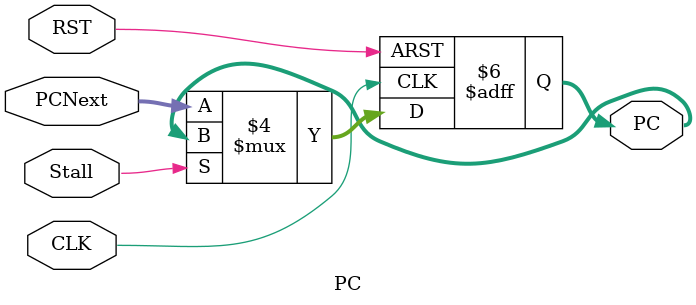
<source format=v>
/*
   Created by : Mohamed Hazem Mamdouh
   12-08-2023
   7:30 PM
 */
//***************  PROGRAM COUNTER  ***************//
module PC #(parameter width = 32 )
           (
            input wire [width-1 : 0] PCNext ,
            input wire CLK ,
	          input wire RST ,
            input wire Stall,
	          output reg [width-1 : 0] PC 
    );
  
  always @(posedge CLK or negedge RST)
  begin
   if(!RST)
     begin
       PC <= 32'b0 ;
     end
   else if (!Stall)
	    begin
		     PC <= PCNext ;
		  end
	 end	

endmodule

</source>
